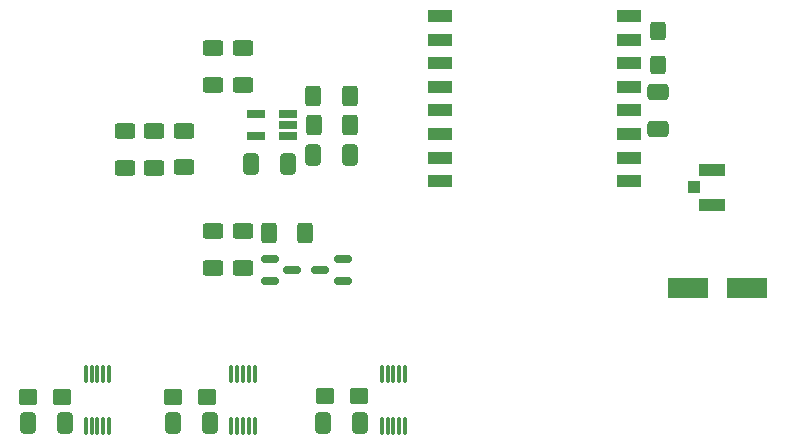
<source format=gtp>
%TF.GenerationSoftware,KiCad,Pcbnew,(6.0.9)*%
%TF.CreationDate,2023-01-04T20:05:15-05:00*%
%TF.ProjectId,Hardware-TinyPicoLoRaTrailer,48617264-7761-4726-952d-54696e795069,rev?*%
%TF.SameCoordinates,Original*%
%TF.FileFunction,Paste,Top*%
%TF.FilePolarity,Positive*%
%FSLAX46Y46*%
G04 Gerber Fmt 4.6, Leading zero omitted, Abs format (unit mm)*
G04 Created by KiCad (PCBNEW (6.0.9)) date 2023-01-04 20:05:15*
%MOMM*%
%LPD*%
G01*
G04 APERTURE LIST*
G04 Aperture macros list*
%AMRoundRect*
0 Rectangle with rounded corners*
0 $1 Rounding radius*
0 $2 $3 $4 $5 $6 $7 $8 $9 X,Y pos of 4 corners*
0 Add a 4 corners polygon primitive as box body*
4,1,4,$2,$3,$4,$5,$6,$7,$8,$9,$2,$3,0*
0 Add four circle primitives for the rounded corners*
1,1,$1+$1,$2,$3*
1,1,$1+$1,$4,$5*
1,1,$1+$1,$6,$7*
1,1,$1+$1,$8,$9*
0 Add four rect primitives between the rounded corners*
20,1,$1+$1,$2,$3,$4,$5,0*
20,1,$1+$1,$4,$5,$6,$7,0*
20,1,$1+$1,$6,$7,$8,$9,0*
20,1,$1+$1,$8,$9,$2,$3,0*%
G04 Aperture macros list end*
%ADD10R,2.200000X1.050000*%
%ADD11R,1.050000X1.000000*%
%ADD12RoundRect,0.150000X-0.587500X-0.150000X0.587500X-0.150000X0.587500X0.150000X-0.587500X0.150000X0*%
%ADD13RoundRect,0.250000X0.425000X-0.537500X0.425000X0.537500X-0.425000X0.537500X-0.425000X-0.537500X0*%
%ADD14RoundRect,0.250000X-0.625000X0.400000X-0.625000X-0.400000X0.625000X-0.400000X0.625000X0.400000X0*%
%ADD15RoundRect,0.250000X-0.650000X0.412500X-0.650000X-0.412500X0.650000X-0.412500X0.650000X0.412500X0*%
%ADD16RoundRect,0.250000X-0.400000X-0.625000X0.400000X-0.625000X0.400000X0.625000X-0.400000X0.625000X0*%
%ADD17RoundRect,0.250000X-0.412500X-0.650000X0.412500X-0.650000X0.412500X0.650000X-0.412500X0.650000X0*%
%ADD18RoundRect,0.250000X0.412500X0.650000X-0.412500X0.650000X-0.412500X-0.650000X0.412500X-0.650000X0*%
%ADD19R,3.500000X1.800000*%
%ADD20RoundRect,0.075000X-0.075000X0.650000X-0.075000X-0.650000X0.075000X-0.650000X0.075000X0.650000X0*%
%ADD21RoundRect,0.250000X0.537500X0.425000X-0.537500X0.425000X-0.537500X-0.425000X0.537500X-0.425000X0*%
%ADD22R,2.000000X1.000000*%
%ADD23RoundRect,0.250000X0.400000X0.625000X-0.400000X0.625000X-0.400000X-0.625000X0.400000X-0.625000X0*%
%ADD24RoundRect,0.250000X0.625000X-0.400000X0.625000X0.400000X-0.625000X0.400000X-0.625000X-0.400000X0*%
%ADD25RoundRect,0.150000X0.587500X0.150000X-0.587500X0.150000X-0.587500X-0.150000X0.587500X-0.150000X0*%
%ADD26R,1.560000X0.650000*%
G04 APERTURE END LIST*
D10*
X120250000Y-88475000D03*
X120250000Y-85525000D03*
D11*
X118750000Y-87000000D03*
D12*
X82875000Y-93050000D03*
X82875000Y-94950000D03*
X84750000Y-94000000D03*
D13*
X115750000Y-76687500D03*
X115750000Y-73812500D03*
D14*
X73062500Y-82250000D03*
X73062500Y-85350000D03*
D15*
X115750000Y-78937500D03*
X115750000Y-82062500D03*
D16*
X82762500Y-90865000D03*
X85862500Y-90865000D03*
D17*
X81250000Y-85000000D03*
X84375000Y-85000000D03*
D18*
X87375000Y-106928750D03*
X90500000Y-106928750D03*
D19*
X118250000Y-95500000D03*
X123250000Y-95500000D03*
D20*
X81562500Y-102800000D03*
X81062500Y-102800000D03*
X80562500Y-102800000D03*
X80062500Y-102800000D03*
X79562500Y-102800000D03*
X79562500Y-107200000D03*
X80062500Y-107200000D03*
X80562500Y-107200000D03*
X81062500Y-107200000D03*
X81562500Y-107200000D03*
D21*
X87517500Y-104678750D03*
X90392500Y-104678750D03*
D22*
X97250000Y-72500000D03*
X97250000Y-74500000D03*
X97250000Y-76500000D03*
X97250000Y-78500000D03*
X97250000Y-80500000D03*
X97250000Y-82500000D03*
X97250000Y-84500000D03*
X97250000Y-86500000D03*
X113250000Y-86500000D03*
X113250000Y-84500000D03*
X113250000Y-82500000D03*
X113250000Y-80500000D03*
X113250000Y-78500000D03*
X113250000Y-76500000D03*
X113250000Y-74500000D03*
X113250000Y-72500000D03*
D18*
X77812500Y-107000000D03*
X74687500Y-107000000D03*
D14*
X75562500Y-82200000D03*
X75562500Y-85300000D03*
X70562500Y-82250000D03*
X70562500Y-85350000D03*
D23*
X89662500Y-81750000D03*
X86562500Y-81750000D03*
D20*
X94312500Y-107200000D03*
X93812500Y-107200000D03*
X93312500Y-107200000D03*
X92812500Y-107200000D03*
X92312500Y-107200000D03*
X92312500Y-102800000D03*
X92812500Y-102800000D03*
X93312500Y-102800000D03*
X93812500Y-102800000D03*
X94312500Y-102800000D03*
D17*
X86500000Y-84250000D03*
X89625000Y-84250000D03*
D24*
X80562500Y-78350000D03*
X80562500Y-75250000D03*
X78062500Y-78350000D03*
X78062500Y-75250000D03*
D16*
X86512500Y-79250000D03*
X89612500Y-79250000D03*
D25*
X87125000Y-94000000D03*
X89000000Y-93050000D03*
X89000000Y-94950000D03*
D14*
X78062500Y-90700000D03*
X78062500Y-93800000D03*
D26*
X84412500Y-82700000D03*
X84412500Y-81750000D03*
X84412500Y-80800000D03*
X81712500Y-80800000D03*
X81712500Y-82700000D03*
D21*
X77562500Y-104750000D03*
X74687500Y-104750000D03*
D14*
X80562500Y-90700000D03*
X80562500Y-93800000D03*
D21*
X62375000Y-104750000D03*
X65250000Y-104750000D03*
D20*
X69250000Y-102800000D03*
X68750000Y-102800000D03*
X68250000Y-102800000D03*
X67750000Y-102800000D03*
X67250000Y-102800000D03*
X67250000Y-107200000D03*
X67750000Y-107200000D03*
X68250000Y-107200000D03*
X68750000Y-107200000D03*
X69250000Y-107200000D03*
D18*
X62375000Y-107000000D03*
X65500000Y-107000000D03*
M02*

</source>
